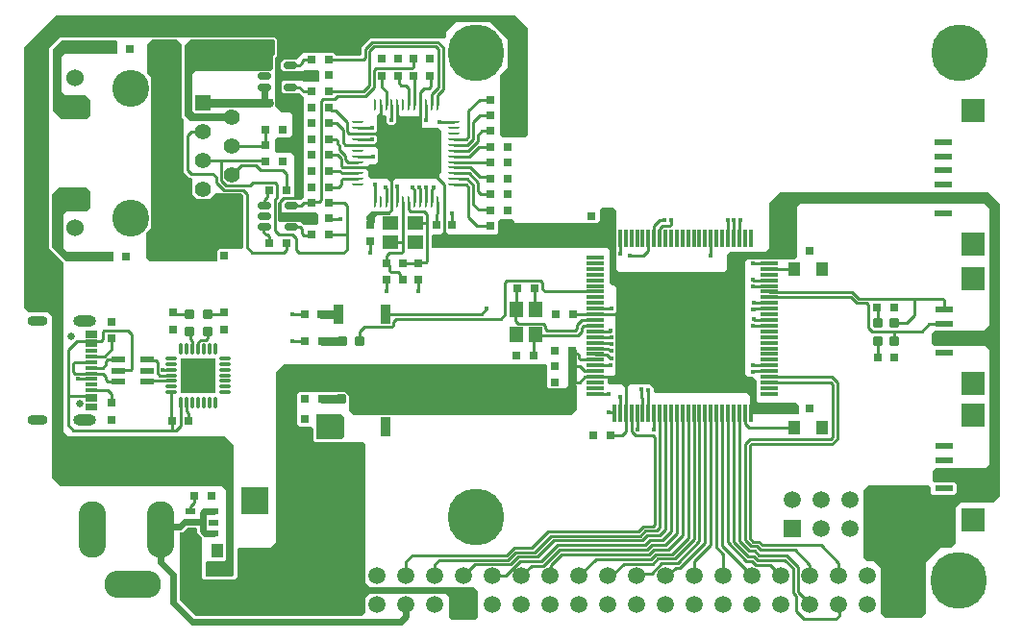
<source format=gtl>
G04*
G04 #@! TF.GenerationSoftware,Altium Limited,Altium Designer,20.0.12 (288)*
G04*
G04 Layer_Physical_Order=1*
G04 Layer_Color=6619391*
%FSLAX44Y44*%
%MOMM*%
G71*
G01*
G75*
%ADD12C,0.2540*%
%ADD15R,0.8000X0.8000*%
%ADD16R,1.0000X1.3000*%
%ADD17R,2.4000X2.4000*%
G04:AMPARAMS|DCode=18|XSize=0.91mm|YSize=0.83mm|CornerRadius=0.22mm|HoleSize=0mm|Usage=FLASHONLY|Rotation=0.000|XOffset=0mm|YOffset=0mm|HoleType=Round|Shape=RoundedRectangle|*
%AMROUNDEDRECTD18*
21,1,0.9100,0.3901,0,0,0.0*
21,1,0.4701,0.8300,0,0,0.0*
1,1,0.4399,0.2351,-0.1951*
1,1,0.4399,-0.2351,-0.1951*
1,1,0.4399,-0.2351,0.1951*
1,1,0.4399,0.2351,0.1951*
%
%ADD18ROUNDEDRECTD18*%
%ADD19R,1.5000X0.5000*%
%ADD20R,2.0000X2.0000*%
G04:AMPARAMS|DCode=21|XSize=0.6mm|YSize=1.2mm|CornerRadius=0.15mm|HoleSize=0mm|Usage=FLASHONLY|Rotation=270.000|XOffset=0mm|YOffset=0mm|HoleType=Round|Shape=RoundedRectangle|*
%AMROUNDEDRECTD21*
21,1,0.6000,0.9000,0,0,270.0*
21,1,0.3000,1.2000,0,0,270.0*
1,1,0.3000,-0.4500,-0.1500*
1,1,0.3000,-0.4500,0.1500*
1,1,0.3000,0.4500,0.1500*
1,1,0.3000,0.4500,-0.1500*
%
%ADD21ROUNDEDRECTD21*%
%ADD22R,0.8000X0.8000*%
%ADD23R,1.4000X1.2000*%
%ADD24R,1.1400X0.3000*%
%ADD25R,0.9000X1.7000*%
G04:AMPARAMS|DCode=26|XSize=1.21mm|YSize=0.59mm|CornerRadius=0.0738mm|HoleSize=0mm|Usage=FLASHONLY|Rotation=0.000|XOffset=0mm|YOffset=0mm|HoleType=Round|Shape=RoundedRectangle|*
%AMROUNDEDRECTD26*
21,1,1.2100,0.4425,0,0,0.0*
21,1,1.0625,0.5900,0,0,0.0*
1,1,0.1475,0.5313,-0.2213*
1,1,0.1475,-0.5313,-0.2213*
1,1,0.1475,-0.5313,0.2213*
1,1,0.1475,0.5313,0.2213*
%
%ADD26ROUNDEDRECTD26*%
%ADD27R,1.2000X1.4000*%
G04:AMPARAMS|DCode=28|XSize=0.91mm|YSize=0.83mm|CornerRadius=0.22mm|HoleSize=0mm|Usage=FLASHONLY|Rotation=270.000|XOffset=0mm|YOffset=0mm|HoleType=Round|Shape=RoundedRectangle|*
%AMROUNDEDRECTD28*
21,1,0.9100,0.3901,0,0,270.0*
21,1,0.4701,0.8300,0,0,270.0*
1,1,0.4399,-0.1951,-0.2351*
1,1,0.4399,-0.1951,0.2351*
1,1,0.4399,0.1951,0.2351*
1,1,0.4399,0.1951,-0.2351*
%
%ADD28ROUNDEDRECTD28*%
G04:AMPARAMS|DCode=29|XSize=1.56mm|YSize=0.28mm|CornerRadius=0.07mm|HoleSize=0mm|Usage=FLASHONLY|Rotation=90.000|XOffset=0mm|YOffset=0mm|HoleType=Round|Shape=RoundedRectangle|*
%AMROUNDEDRECTD29*
21,1,1.5600,0.1400,0,0,90.0*
21,1,1.4200,0.2800,0,0,90.0*
1,1,0.1400,0.0700,0.7100*
1,1,0.1400,0.0700,-0.7100*
1,1,0.1400,-0.0700,-0.7100*
1,1,0.1400,-0.0700,0.7100*
%
%ADD29ROUNDEDRECTD29*%
G04:AMPARAMS|DCode=30|XSize=1.56mm|YSize=0.28mm|CornerRadius=0.07mm|HoleSize=0mm|Usage=FLASHONLY|Rotation=0.000|XOffset=0mm|YOffset=0mm|HoleType=Round|Shape=RoundedRectangle|*
%AMROUNDEDRECTD30*
21,1,1.5600,0.1400,0,0,0.0*
21,1,1.4200,0.2800,0,0,0.0*
1,1,0.1400,0.7100,-0.0700*
1,1,0.1400,-0.7100,-0.0700*
1,1,0.1400,-0.7100,0.0700*
1,1,0.1400,0.7100,0.0700*
%
%ADD30ROUNDEDRECTD30*%
G04:AMPARAMS|DCode=31|XSize=0.24mm|YSize=1mm|CornerRadius=0.06mm|HoleSize=0mm|Usage=FLASHONLY|Rotation=0.000|XOffset=0mm|YOffset=0mm|HoleType=Round|Shape=RoundedRectangle|*
%AMROUNDEDRECTD31*
21,1,0.2400,0.8800,0,0,0.0*
21,1,0.1200,1.0000,0,0,0.0*
1,1,0.1200,0.0600,-0.4400*
1,1,0.1200,-0.0600,-0.4400*
1,1,0.1200,-0.0600,0.4400*
1,1,0.1200,0.0600,0.4400*
%
%ADD31ROUNDEDRECTD31*%
G04:AMPARAMS|DCode=32|XSize=0.24mm|YSize=1mm|CornerRadius=0.06mm|HoleSize=0mm|Usage=FLASHONLY|Rotation=270.000|XOffset=0mm|YOffset=0mm|HoleType=Round|Shape=RoundedRectangle|*
%AMROUNDEDRECTD32*
21,1,0.2400,0.8800,0,0,270.0*
21,1,0.1200,1.0000,0,0,270.0*
1,1,0.1200,-0.4400,-0.0600*
1,1,0.1200,-0.4400,0.0600*
1,1,0.1200,0.4400,0.0600*
1,1,0.1200,0.4400,-0.0600*
%
%ADD32ROUNDEDRECTD32*%
%ADD33R,1.0000X0.9700*%
G04:AMPARAMS|DCode=35|XSize=0.97mm|YSize=0.26mm|CornerRadius=0.0325mm|HoleSize=0mm|Usage=FLASHONLY|Rotation=0.000|XOffset=0mm|YOffset=0mm|HoleType=Round|Shape=RoundedRectangle|*
%AMROUNDEDRECTD35*
21,1,0.9700,0.1950,0,0,0.0*
21,1,0.9050,0.2600,0,0,0.0*
1,1,0.0650,0.4525,-0.0975*
1,1,0.0650,-0.4525,-0.0975*
1,1,0.0650,-0.4525,0.0975*
1,1,0.0650,0.4525,0.0975*
%
%ADD35ROUNDEDRECTD35*%
G04:AMPARAMS|DCode=36|XSize=0.97mm|YSize=0.26mm|CornerRadius=0.0325mm|HoleSize=0mm|Usage=FLASHONLY|Rotation=90.000|XOffset=0mm|YOffset=0mm|HoleType=Round|Shape=RoundedRectangle|*
%AMROUNDEDRECTD36*
21,1,0.9700,0.1950,0,0,90.0*
21,1,0.9050,0.2600,0,0,90.0*
1,1,0.0650,0.0975,0.4525*
1,1,0.0650,0.0975,-0.4525*
1,1,0.0650,-0.0975,-0.4525*
1,1,0.0650,-0.0975,0.4525*
%
%ADD36ROUNDEDRECTD36*%
%ADD37R,0.9000X0.6000*%
%ADD75R,3.1500X3.1500*%
%ADD76C,0.6000*%
%ADD77C,0.8000*%
%ADD78C,5.0000*%
%ADD79R,1.5000X1.5000*%
%ADD80C,1.5000*%
%ADD81O,5.0000X2.4000*%
%ADD82O,2.4000X5.0000*%
%ADD83R,1.3980X1.3980*%
%ADD84C,1.3980*%
%ADD85C,1.5300*%
%ADD86C,2.4450*%
%ADD87C,3.2500*%
%ADD88C,0.6500*%
%ADD89O,2.0000X1.0000*%
%ADD90O,1.8000X0.9000*%
%ADD91C,0.4000*%
G36*
X679500Y1055250D02*
Y1044250D01*
X633250D01*
X630750Y1041750D01*
Y1010500D01*
X633500Y1007750D01*
X651500D01*
X655500Y1003750D01*
Y990000D01*
X652250Y986750D01*
X630000D01*
X622500Y994250D01*
Y1048750D01*
X630250Y1056500D01*
X678250D01*
X679500Y1055250D01*
D02*
G37*
G36*
X817500Y1057250D02*
X818750Y1056000D01*
Y1044250D01*
X818000Y1043500D01*
X816750Y1042250D01*
Y1031500D01*
X814500Y1029250D01*
X748500Y1029250D01*
X745750Y1026500D01*
X745750Y993500D01*
X747750Y991500D01*
X774750Y991500D01*
X778250Y995000D01*
X782000Y995000D01*
X784000Y993000D01*
X784000Y984750D01*
X768000Y984750D01*
X743750D01*
X739000Y989500D01*
Y1052000D01*
X744250Y1057250D01*
X817500Y1057250D01*
D02*
G37*
G36*
X929500Y989000D02*
X944250D01*
X946250Y991000D01*
Y981500D01*
X949000Y978750D01*
X962500D01*
X964500Y976750D01*
Y939250D01*
X963366Y938116D01*
Y933134D01*
X962500Y934000D01*
X924535D01*
X920802Y930267D01*
Y930448D01*
X917250Y934000D01*
X903000D01*
X900750Y936250D01*
Y940750D01*
X898375Y943125D01*
X902250Y947000D01*
X906500Y947000D01*
X908750Y949250D01*
X908750Y960500D01*
X906000Y963250D01*
X906000Y964750D01*
X908500Y967250D01*
Y970750D01*
X906250Y973000D01*
Y974250D01*
X908500Y976500D01*
Y989750D01*
X910250Y991500D01*
X912250D01*
X913500Y990250D01*
X915250D01*
X916500Y989000D01*
Y984000D01*
X919000Y981500D01*
X922250D01*
X926000Y985250D01*
Y990500D01*
X927000Y991500D01*
X929500Y989000D01*
D02*
G37*
G36*
X1030000Y1078250D02*
X1041250Y1067000D01*
X1041250Y973000D01*
X1038750Y970500D01*
X1019000Y970500D01*
X1016250Y973250D01*
Y1025250D01*
X1023000Y1032000D01*
Y1057250D01*
X1008250Y1072000D01*
X977750Y1072000D01*
X969000Y1063250D01*
Y1059750D01*
X967000Y1057750D01*
X902250Y1057750D01*
X894250Y1049750D01*
Y1044000D01*
X892750Y1042500D01*
X872750Y1042500D01*
X870250Y1045000D01*
X843000D01*
X837000Y1039000D01*
X826000Y1039000D01*
X823750Y1036750D01*
Y1031250D01*
X826250Y1028750D01*
X843000Y1028750D01*
X844250Y1030000D01*
X856250D01*
X857000Y1029250D01*
X857000Y1020500D01*
X856250Y1019750D01*
X844000D01*
X843000Y1020750D01*
X825500D01*
X824000Y1019250D01*
X824000Y1011500D01*
X825750Y1009750D01*
X840000Y1009750D01*
X844000Y1005750D01*
X844000Y918500D01*
X841000Y915500D01*
X826500Y915500D01*
X823750Y912750D01*
Y904750D01*
X824250Y904250D01*
X855000D01*
X856250Y903000D01*
X856250Y894500D01*
X855000Y893250D01*
X843750D01*
X840750Y896250D01*
X822500D01*
X821250Y897500D01*
Y913000D01*
X825730Y917480D01*
X835492D01*
Y954758D01*
X833000Y957250D01*
X819750D01*
X818250Y958750D01*
Y968750D01*
X820250Y970750D01*
X831500D01*
X834000Y973250D01*
Y990500D01*
X832000Y992500D01*
X824500D01*
X818750Y998250D01*
Y1041250D01*
X820250Y1042750D01*
Y1057250D01*
X818500Y1059000D01*
X629000D01*
X619750Y1049750D01*
X619750Y873000D01*
X632250Y860500D01*
X632250Y711250D01*
X636000Y707500D01*
X773750Y707500D01*
X781750Y699500D01*
Y585750D01*
X780000Y584000D01*
X757750D01*
Y596250D01*
X759000Y597500D01*
X773500D01*
X775000Y599000D01*
Y659500D01*
X771500Y663000D01*
X629750D01*
X621750Y671000D01*
Y812750D01*
X618250Y816250D01*
X601500Y816250D01*
X597750Y820000D01*
Y1050500D01*
X625500Y1078250D01*
X1030000Y1078250D01*
D02*
G37*
G36*
X903044Y905456D02*
X919706D01*
X918250Y904000D01*
X910000D01*
X906250Y900250D01*
Y895250D01*
X898750Y897750D01*
Y901250D01*
X903000Y905500D01*
X903044Y905456D01*
D02*
G37*
G36*
X731750Y1057250D02*
X736500Y1052500D01*
Y988500D01*
X738250Y986750D01*
X738250Y940000D01*
X743000Y935250D01*
X744750Y935250D01*
X746000Y934000D01*
X746000Y920250D01*
X749750Y916500D01*
X761000D01*
X765750Y921250D01*
X789000Y921250D01*
X790500Y919750D01*
X790500Y873750D01*
X788750Y872000D01*
X769000Y872000D01*
X767750Y870750D01*
X767750Y862250D01*
X766500Y861000D01*
X708750Y861000D01*
X705000Y864750D01*
X705000Y887000D01*
X709250Y891250D01*
Y895500D01*
X709500Y895750D01*
Y1023250D01*
X705500Y1027250D01*
Y1052750D01*
X710000Y1057250D01*
X731750Y1057250D01*
D02*
G37*
G36*
X655500Y923000D02*
Y909000D01*
X652250Y905750D01*
X635000D01*
X632000Y902750D01*
Y873000D01*
X635250Y869750D01*
X676500Y869750D01*
X676425Y861720D01*
X634891D01*
X622250Y874361D01*
Y921000D01*
X627500Y926250D01*
X652250D01*
X655500Y923000D01*
D02*
G37*
G36*
X1058250Y769500D02*
Y750750D01*
X1059500Y749500D01*
X1074500D01*
X1077250Y752250D01*
X1084000D01*
X1084000Y731000D01*
X1079250Y726250D01*
X887500Y726250D01*
X883750Y730000D01*
X883750Y743250D01*
X880500Y746500D01*
X840023Y746500D01*
X837750Y744227D01*
X837750Y718500D01*
X840250Y716000D01*
X850750Y716000D01*
X852500Y714250D01*
Y703750D01*
X854250Y702000D01*
X896000Y702000D01*
X897750Y700250D01*
X897750Y578500D01*
X901750Y574500D01*
X993250Y574500D01*
X997000Y570750D01*
X997000Y548250D01*
X994250Y545500D01*
X974500Y545500D01*
X971500Y548500D01*
X971500Y566250D01*
X969000Y568750D01*
X901500Y568750D01*
X897750Y565000D01*
X897750Y552250D01*
X894500Y549000D01*
X748250Y549000D01*
X734250Y563000D01*
X734250Y620000D01*
Y622250D01*
X734750Y622750D01*
X737000D01*
X741000Y626750D01*
X749000D01*
X749750Y626000D01*
Y622500D01*
X754000Y618250D01*
X754000Y583000D01*
X756000Y581000D01*
X782750D01*
X785250Y583500D01*
Y607750D01*
X786500Y609000D01*
X814000D01*
X819000Y614000D01*
X819000Y763750D01*
X826250Y771000D01*
X1056750Y771000D01*
X1058250Y769500D01*
D02*
G37*
G36*
X879353Y724613D02*
Y707103D01*
X877000Y704750D01*
X855531D01*
X855081Y705200D01*
Y726937D01*
X855261Y727080D01*
X876885D01*
X879353Y724613D01*
D02*
G37*
G36*
X1457000Y912000D02*
X1457000Y654903D01*
X1451347Y649250D01*
X1422500D01*
X1417500Y644250D01*
Y613750D01*
X1413250Y609500D01*
X1405000Y609500D01*
X1391500Y596000D01*
X1391500Y551000D01*
X1387750Y547250D01*
X1356000Y547250D01*
X1351750Y551500D01*
Y591500D01*
X1346250Y597000D01*
X1339750Y597000D01*
X1336500Y600250D01*
Y659500D01*
X1341250Y664250D01*
X1341500Y664000D01*
X1394250D01*
X1395750Y662500D01*
Y657500D01*
X1397250Y656000D01*
X1416750D01*
X1419000Y658250D01*
Y664500D01*
X1417000Y666500D01*
X1399500D01*
X1397500Y668500D01*
Y676750D01*
X1399750Y679000D01*
X1444250D01*
X1447750Y682500D01*
Y783250D01*
X1443750Y787250D01*
X1399000Y787250D01*
X1396750Y789500D01*
X1396750Y798250D01*
X1399000Y800500D01*
X1442500Y800500D01*
X1447750Y805750D01*
X1447750Y907750D01*
X1443250Y912250D01*
X1281500Y912250D01*
X1278500Y909250D01*
X1278500Y875750D01*
D01*
Y866000D01*
X1276000Y863500D01*
X1234750Y863500D01*
X1232750Y861500D01*
X1232750Y761500D01*
X1234750Y759500D01*
X1239500Y759500D01*
X1242250Y756750D01*
Y738500D01*
X1243750Y737000D01*
X1277250D01*
X1279500Y734750D01*
Y727500D01*
X1279000Y727000D01*
X1239250D01*
X1238500Y726250D01*
Y720750D01*
X1238250Y720500D01*
X1238000Y720750D01*
X1236250D01*
X1236250Y743250D01*
X1234000Y745500D01*
X1153750Y745500D01*
X1152000Y747250D01*
Y749500D01*
X1148750Y752750D01*
X1130750Y752750D01*
X1128500Y750500D01*
Y741750D01*
X1126250D01*
X1126250Y750500D01*
X1124000Y752750D01*
X1113250Y752750D01*
X1111750Y754250D01*
X1111750Y757750D01*
X1109000Y760500D01*
X1116250D01*
X1118500Y762750D01*
Y812250D01*
X1117000Y813750D01*
X1118000Y816000D01*
X1119000Y817000D01*
Y838750D01*
X1117250Y840500D01*
X1115000D01*
X1113000Y842500D01*
X1113000Y871250D01*
X1111000Y873250D01*
X1106250Y873250D01*
X957500D01*
X956250Y874500D01*
Y884250D01*
X957500Y885500D01*
X964000D01*
X967000Y888500D01*
Y889000D01*
X967500D01*
X971000Y885500D01*
X1013750D01*
X1015250Y887000D01*
X1015250Y897000D01*
X1016500Y898250D01*
X1027750Y898250D01*
X1028900Y897100D01*
X1028900Y896350D01*
X1030000Y895250D01*
X1102250D01*
X1104500Y897500D01*
Y906750D01*
X1106250Y908500D01*
X1116750D01*
X1118750Y906500D01*
Y854250D01*
X1120500Y852500D01*
X1214500Y852500D01*
X1216250Y854250D01*
X1216250Y867750D01*
X1218500Y870000D01*
X1250750Y870000D01*
X1253625Y872875D01*
X1253625Y912875D01*
X1262750Y922000D01*
X1447000Y922000D01*
X1457000Y912000D01*
D02*
G37*
D12*
X881654Y884808D02*
Y910870D01*
X865732Y913250D02*
X879274D01*
X881654Y910870D01*
Y871510D02*
Y884808D01*
X839292Y868754D02*
X878897D01*
X881654Y871510D01*
X836750Y871295D02*
Y881762D01*
Y871295D02*
X839292Y868754D01*
X1047500Y820330D02*
Y822750D01*
X1046780Y819610D02*
X1047500Y820330D01*
X1284310Y546121D02*
X1312254D01*
X1277096Y553335D02*
Y566903D01*
Y553335D02*
X1284310Y546121D01*
X1046780Y819610D02*
Y837610D01*
X636500Y783386D02*
X643874Y790760D01*
X636500Y742760D02*
Y783386D01*
X643874Y790760D02*
X656870D01*
X640917Y712750D02*
X727000D01*
X636500Y717167D02*
Y742760D01*
Y717167D02*
X640917Y712750D01*
X636500Y742760D02*
X656870D01*
X636500Y742760D02*
X636500Y742760D01*
X642028Y772760D02*
X656870D01*
X642028Y762760D02*
X656870D01*
X640540Y764248D02*
X642028Y762760D01*
X640540Y764248D02*
Y771272D01*
X642028Y772760D01*
X680450Y765250D02*
X680527Y765327D01*
X691012D01*
X692500Y766815D01*
Y796882D01*
X727000Y712750D02*
X731500D01*
X727500Y713250D02*
Y721000D01*
X727000Y712750D02*
X727500Y713250D01*
X735730Y737280D02*
X735750Y737300D01*
X735730Y716980D02*
Y737280D01*
X731500Y712750D02*
X735730Y716980D01*
X1276318Y607215D02*
X1289450Y594083D01*
X1274360Y569640D02*
Y591133D01*
X1238275Y597632D02*
X1241947Y593960D01*
X1268732Y602474D02*
X1279180Y592026D01*
X1244413Y614479D02*
X1247313Y611580D01*
X1299245D01*
X1243620Y598000D02*
X1267493D01*
X1289450Y584150D02*
Y594083D01*
X1254240Y593960D02*
X1264050Y584150D01*
X1245837Y607215D02*
X1276318D01*
X1267493Y598000D02*
X1274360Y591133D01*
X1241947Y593960D02*
X1254240D01*
X1242613Y610439D02*
X1245837Y607215D01*
X1240934Y606399D02*
X1244641Y602693D01*
X1245068Y602474D02*
X1268732D01*
X1299245Y611580D02*
X1314850Y595974D01*
X1236005Y606399D02*
X1240934D01*
X1279180Y570533D02*
Y592026D01*
X1239948Y601672D02*
X1243620Y598000D01*
X1227200Y615204D02*
X1236005Y606399D01*
X1279180Y570533D02*
X1289450Y560263D01*
X1227200Y615204D02*
Y727950D01*
X1145648Y607398D02*
X1149914Y611664D01*
X1139834Y619518D02*
X1144356Y624040D01*
X1143974Y611438D02*
X1148240Y615704D01*
X1146029Y620000D02*
X1157345D01*
X1044775Y609275D02*
X1059058Y623558D01*
X1138160D01*
X1101060Y598960D02*
X1149173D01*
X1086250Y584150D02*
X1101060Y598960D01*
X1061472Y593972D02*
X1070500Y603000D01*
X1152124Y607624D02*
X1165043D01*
X1149914Y611664D02*
X1161826D01*
X1049945Y601195D02*
X1064228Y615478D01*
X1061478Y619518D02*
X1139834D01*
X1067188Y611438D02*
X1143974D01*
X1125624Y594874D02*
X1150874D01*
X1064228Y615478D02*
X1141507D01*
X1052905Y597155D02*
X1067188Y611438D01*
X1054464Y593000D02*
X1068861Y607398D01*
X1147500Y603000D02*
X1152124Y607624D01*
X1068861Y607398D02*
X1145648D01*
X1114900Y584150D02*
X1125624Y594874D01*
X1138160Y623558D02*
X1142683Y628080D01*
X1151524D01*
X1144356Y624040D02*
X1154540D01*
X1047195Y605235D02*
X1061478Y619518D01*
X1070500Y603000D02*
X1147500D01*
X1149173Y598960D02*
X1153795Y603582D01*
X1150874Y594874D02*
X1155542Y599542D01*
X1141507Y615478D02*
X1146029Y620000D01*
X1148240Y615704D02*
X1159525D01*
X1153795Y603582D02*
X1167844D01*
X741121Y941808D02*
Y972344D01*
X744777Y976000D01*
X754976D01*
X744429Y938500D02*
X763750D01*
X741121Y941808D02*
X744429Y938500D01*
X973250Y1074250D02*
X1018750D01*
X963250Y1064250D02*
X973250Y1074250D01*
X1018750D02*
X1038000Y1055000D01*
X946232Y937000D02*
X959500D01*
X967233Y879000D02*
Y929268D01*
X959500Y937000D02*
X967233Y929268D01*
X626500Y703000D02*
X637250Y692250D01*
X611500Y873500D02*
X626500Y858500D01*
Y703000D02*
Y858500D01*
X832483Y901000D02*
X841500D01*
X823780D02*
X832483D01*
X1153012Y629568D02*
Y706262D01*
X1154540Y624040D02*
X1157200Y626700D01*
X1159525Y615704D02*
X1167279Y623458D01*
X1157345Y620000D02*
X1162200Y624855D01*
X1161826Y611664D02*
X1172330Y622167D01*
X1165043Y607624D02*
X1177200Y619780D01*
X1030485Y605235D02*
X1047195D01*
X1033931Y597155D02*
X1052905D01*
X1021360Y584584D02*
X1033931Y597155D01*
X1025420Y594420D02*
X1032195Y601195D01*
X1151524Y628080D02*
X1153012Y629568D01*
X1044300Y593000D02*
X1054464D01*
X939296Y602500D02*
X1022037D01*
X959250Y584150D02*
Y594674D01*
X1162450Y584150D02*
X1163820D01*
X1171133Y591462D02*
X1174970D01*
X1159002Y595502D02*
X1173036D01*
X1192200Y614666D02*
Y727950D01*
X1207200Y609589D02*
Y727950D01*
X1213250Y584150D02*
Y603539D01*
X1236290Y617541D02*
Y698748D01*
X1222200Y614491D02*
Y727950D01*
X1237778Y700236D02*
X1309005D01*
X1212200Y611004D02*
Y727950D01*
X1217200Y613778D02*
X1233346Y597632D01*
X1232250Y615868D02*
Y700421D01*
Y615868D02*
X1237678Y610439D01*
X1212200Y611004D02*
X1238650Y584554D01*
X1207200Y609589D02*
X1213250Y603539D01*
X1222200Y614491D02*
X1235019Y601672D01*
X1217200Y613778D02*
Y727950D01*
X1236290Y617541D02*
X1239352Y614479D01*
X1233346Y597632D02*
X1238275D01*
X1232250Y700421D02*
X1236563Y704735D01*
X1236290Y698748D02*
X1237778Y700236D01*
X1238650Y584150D02*
Y584554D01*
X1235019Y601672D02*
X1239948D01*
X1239352Y614479D02*
X1244413D01*
X1237678Y610439D02*
X1242613D01*
X1187850Y597216D02*
X1202200Y611566D01*
X1187850Y584150D02*
Y597216D01*
X1202200Y611566D02*
Y727950D01*
X1173036Y595502D02*
X1192200Y614666D01*
X1197200Y613692D02*
Y727950D01*
X1163820Y584150D02*
X1171133Y591462D01*
X933850Y597054D02*
X939296Y602500D01*
X1172330Y622167D02*
Y727820D01*
X1157200Y626700D02*
Y727950D01*
X1167844Y603582D02*
X1182200Y617938D01*
X959250Y594674D02*
X963036Y598460D01*
X1032195Y601195D02*
X1049945D01*
X1167279Y623458D02*
Y727871D01*
X1139434Y586534D02*
X1150034D01*
X1159002Y595502D01*
X1187200Y616338D02*
Y727950D01*
X1137050Y584150D02*
X1139434Y586534D01*
X1182200Y617938D02*
Y727950D01*
X1174970Y591462D02*
X1197200Y613692D01*
X1155542Y599542D02*
X1170404D01*
X1162200Y624855D02*
Y727950D01*
X1177200Y619780D02*
Y727950D01*
X963036Y598460D02*
X1023710D01*
X933850Y584150D02*
Y597054D01*
X1022037Y602500D02*
X1028812Y609275D01*
X984650Y584150D02*
X994920Y594420D01*
X1025420D01*
X1010050Y584150D02*
X1010484Y584584D01*
X1028812Y609275D02*
X1044775D01*
X1023710Y598460D02*
X1030485Y605235D01*
X1010484Y584584D02*
X1021360D01*
X1035450Y584150D02*
X1044300Y593000D01*
X1170404Y599542D02*
X1187200Y616338D01*
X959500Y571500D02*
X981542D01*
X984470Y558930D02*
Y568572D01*
Y558930D02*
X984650Y558750D01*
X981542Y571500D02*
X984470Y568572D01*
X1117250Y852750D02*
Y878750D01*
X946232Y964000D02*
Y974000D01*
Y937000D02*
Y944000D01*
X1117250Y878750D02*
Y881500D01*
X946232Y944000D02*
Y964000D01*
Y974000D02*
Y999000D01*
X883050Y571450D02*
X959450D01*
X959500Y571500D01*
X883050Y571450D02*
Y584150D01*
Y558750D02*
Y571450D01*
X1130500Y866500D02*
X1142736D01*
X1147225Y870989D01*
X865732Y885250D02*
X866175Y884808D01*
X881654D01*
X865983Y899000D02*
X876310D01*
X821996Y885000D02*
X833512D01*
X818252Y888743D02*
Y915716D01*
Y888743D02*
X821996Y885000D01*
X773690Y924100D02*
X790400D01*
X766576Y931214D02*
Y935674D01*
Y931214D02*
X773690Y924100D01*
X775387Y928140D02*
X796041D01*
X770616Y932912D02*
Y950466D01*
Y932912D02*
X775387Y928140D01*
X770750Y950600D02*
X809150D01*
X754976D02*
X770750D01*
X770616Y950466D02*
X770750Y950600D01*
X763750Y938500D02*
X766576Y935674D01*
X798921Y931020D02*
X818630D01*
X790400Y924100D02*
X793500Y921000D01*
X796041Y928140D02*
X798921Y931020D01*
X818630D02*
X820253Y929397D01*
X822292Y902488D02*
X823780Y901000D01*
X820253Y917716D02*
Y929397D01*
X822292Y914042D02*
X825730Y917480D01*
X822292Y902488D02*
Y914042D01*
X818252Y915716D02*
X820253Y917716D01*
X825730Y917480D02*
X835492D01*
X833512Y885000D02*
X836750Y881762D01*
X842000Y886000D02*
X843500Y884500D01*
X842000Y886000D02*
Y890012D01*
X840512Y891500D02*
X842000Y890012D01*
X843500Y884500D02*
X849983D01*
X850732Y885250D01*
X832483Y891500D02*
X840512D01*
X865732Y899250D02*
X865983Y899000D01*
X1151524Y707750D02*
X1153012Y706262D01*
X1135612Y707750D02*
X1151524D01*
X1132200Y711162D02*
X1135612Y707750D01*
X1137225Y714020D02*
X1137955Y713290D01*
X1137225Y714020D02*
Y727925D01*
X1132200Y711162D02*
Y727950D01*
X1227200Y881550D02*
Y896055D01*
X1228250Y897105D01*
Y897500D01*
X1222330Y881680D02*
Y897474D01*
X1222436Y897580D01*
X1217129Y881621D02*
Y897305D01*
X1216937Y897496D02*
X1217129Y897305D01*
X1253870Y824880D02*
X1254000Y824750D01*
X1239891Y825105D02*
X1240116Y824880D01*
X1253870D01*
X1239343Y764301D02*
X1239663Y764620D01*
X1253870D01*
X1240797Y809750D02*
X1254000D01*
X1239993Y810554D02*
X1240797Y809750D01*
X1239617Y845120D02*
X1239857Y844880D01*
X1253870D02*
X1254000Y844750D01*
X1239857Y844880D02*
X1253870D01*
X1146839Y748216D02*
X1147119Y747936D01*
Y746867D02*
X1147200Y746785D01*
X1147119Y746867D02*
Y747936D01*
X1162200Y876196D02*
Y881550D01*
X1162100Y876096D02*
X1162200Y876196D01*
X1239500Y804500D02*
X1239625Y804625D01*
X1253875D01*
X1254000Y804750D01*
X1152045Y713182D02*
X1152123Y713259D01*
Y727873D01*
X1239895Y839250D02*
X1240395Y839750D01*
X1239500Y839250D02*
X1239895D01*
X1240395Y839750D02*
X1254000D01*
X1202000Y866750D02*
X1202100Y866850D01*
Y881450D01*
X1253870Y764620D02*
X1254000Y764750D01*
X1253875Y769875D02*
X1254000Y769750D01*
X1239625Y769875D02*
X1253875D01*
X1239500Y770000D02*
X1239625Y769875D01*
X1240895Y819750D02*
X1254000D01*
X1239895Y818750D02*
X1240895Y819750D01*
X1239500Y818750D02*
X1239895D01*
X1217129Y881621D02*
X1217200Y881550D01*
X1222200D02*
X1222330Y881680D01*
X1202100Y881450D02*
X1202200Y881550D01*
X1254000Y854750D02*
X1275500D01*
X1140568Y742315D02*
X1142200Y740683D01*
X1140568Y742315D02*
Y748690D01*
X1142200Y727950D02*
Y740683D01*
X1147200Y727950D02*
Y746785D01*
X1160971Y897721D02*
X1161250Y898000D01*
X1157221Y897721D02*
X1160971D01*
X1152200Y892700D02*
X1157221Y897721D01*
X1152200Y881550D02*
Y892700D01*
X1159500Y892500D02*
X1165762D01*
X1157330Y890330D02*
X1159500Y892500D01*
X1157330Y881680D02*
Y890330D01*
X1166971Y897721D02*
X1167250Y898000D01*
X1166971Y893709D02*
Y897721D01*
X1165762Y892500D02*
X1166971Y893709D01*
X1157200Y881550D02*
X1157330Y881680D01*
X1137200Y727950D02*
X1137225Y727925D01*
X1152123Y727873D02*
X1152200Y727950D01*
X1147225Y870989D02*
Y881525D01*
X1122200Y881550D02*
X1122225Y881525D01*
Y868275D02*
X1122250Y868250D01*
X1122225Y868275D02*
Y881525D01*
X1100400Y819750D02*
X1114750D01*
X1100400Y799750D02*
X1113105D01*
X1113855Y800500D01*
X1114250D01*
X1000430Y815180D02*
X1004750Y819500D01*
X915680Y815180D02*
X1000430D01*
X1021040Y814619D02*
Y842892D01*
X1022528Y844380D01*
X1051927D01*
X1017171Y810750D02*
X1021040Y814619D01*
X925500Y810750D02*
X1017171D01*
X1094000Y814750D02*
X1127200D01*
X1030000Y818330D02*
X1030530Y818860D01*
X1030000Y809250D02*
Y818330D01*
X1117250Y852750D02*
X1127200Y842800D01*
X1117200Y881550D02*
X1117250Y881500D01*
X892500Y799250D02*
X897160Y803910D01*
X921327D01*
X922950Y808200D02*
X925500Y810750D01*
X921327Y803910D02*
X922950Y805533D01*
Y808200D01*
X892500Y791000D02*
Y799250D01*
X1147200Y881550D02*
X1147225Y881525D01*
X1051927Y844380D02*
X1053839Y842469D01*
Y837161D02*
Y842469D01*
Y837161D02*
X1056250Y834750D01*
X1100400D01*
X1117070Y728270D02*
X1117200Y728140D01*
X1112480Y728270D02*
X1117070D01*
X1117200Y727950D02*
Y728140D01*
X1101134Y794539D02*
X1114554D01*
X1100873Y794277D02*
X1101134Y794539D01*
X1100400Y794750D02*
X1100873Y794277D01*
X1100400Y744750D02*
X1112000D01*
X747000Y654500D02*
X747500Y655000D01*
X747000Y648512D02*
Y654500D01*
X744250Y645762D02*
X747000Y648512D01*
X744250Y641000D02*
Y645762D01*
X742500Y721000D02*
Y727750D01*
X740750Y729500D02*
X742500Y727750D01*
X740750Y729500D02*
Y737300D01*
X1127200Y760000D02*
Y814750D01*
X1100400Y759750D02*
X1126950D01*
X1127200Y760000D01*
X1172200Y727950D02*
X1172330Y727820D01*
X1314850Y584150D02*
Y595974D01*
X1111650Y584150D02*
X1114900D01*
X1060850D02*
X1061472Y584772D01*
Y593972D01*
X1167200Y727950D02*
X1167279Y727871D01*
X1236563Y704735D02*
X1307679D01*
X1315013Y548880D02*
Y558587D01*
X1312254Y546121D02*
X1315013Y548880D01*
X1314850Y558750D02*
X1315013Y558587D01*
X1274360Y569640D02*
X1277096Y566903D01*
X1313834Y705065D02*
Y754928D01*
X1254000Y759750D02*
X1309012D01*
X1313834Y754928D01*
X1307702Y754750D02*
X1309673Y752778D01*
X1254000Y754750D02*
X1307702D01*
X1309673Y706729D02*
Y752778D01*
X1309005Y700236D02*
X1313834Y705065D01*
X1307679Y704735D02*
X1309673Y706729D01*
X1114203Y775652D02*
X1114514D01*
X1110235Y779620D02*
X1114203Y775652D01*
X1114219Y782777D02*
X1114583Y782412D01*
X1113723Y782777D02*
X1114219D01*
X1111750Y784750D02*
X1113723Y782777D01*
X945558Y926382D02*
Y926777D01*
Y926382D02*
X946232Y925708D01*
Y914000D02*
Y925708D01*
X939250Y926355D02*
Y926750D01*
X944500Y835250D02*
Y844768D01*
X1100400Y789750D02*
X1112970D01*
X956232Y914000D02*
Y924587D01*
X958000Y926355D01*
Y926750D01*
X951232Y914000D02*
Y925837D01*
X951750Y926355D01*
Y926750D01*
X941233Y914000D02*
Y924372D01*
X939250Y926355D02*
X941233Y924372D01*
X1100400Y779750D02*
X1100530Y779620D01*
X1110235D01*
X1100400Y784750D02*
X1111750D01*
X960232Y894000D02*
X960750Y894518D01*
Y903000D01*
X961232Y903482D02*
Y914000D01*
X960750Y903000D02*
X961232Y903482D01*
X1057788Y800750D02*
X1082960D01*
X1056300Y802238D02*
Y805007D01*
Y802238D02*
X1057788Y800750D01*
X1054677Y806630D02*
X1056300Y805007D01*
X1032620Y806630D02*
X1054677D01*
X1084460Y805460D02*
X1088750Y809750D01*
X1084460Y802250D02*
Y805460D01*
X1088500Y803165D02*
X1090085Y804750D01*
X1085250Y796500D02*
X1088500Y799750D01*
Y803165D01*
X1090085Y804750D02*
X1100400D01*
X1082960Y800750D02*
X1084460Y802250D01*
X1088750Y809750D02*
X1100400D01*
X1047890Y796500D02*
X1085250D01*
X1046280Y778360D02*
Y795610D01*
X1047530Y796860D01*
X1030530Y818860D02*
Y836360D01*
X1031780Y837610D01*
X1030000Y809250D02*
X1032620Y806630D01*
X1047530Y796860D02*
X1047890Y796500D01*
X1100400Y769750D02*
X1114250D01*
X1127200Y814750D02*
Y828500D01*
X1122225Y727975D02*
Y741975D01*
X1122250Y742000D01*
X1289450Y558750D02*
Y560263D01*
X1232330Y718420D02*
X1236000Y714750D01*
X1232200Y727950D02*
X1232330Y727820D01*
X1236000Y714750D02*
X1275000D01*
X1232330Y718420D02*
Y727820D01*
X1275000Y714750D02*
X1275500Y715250D01*
X1325769Y829750D02*
X1330890Y824628D01*
X1341000Y802913D02*
Y823140D01*
X1332564Y828668D02*
X1381173D01*
X1326560Y834671D02*
X1332564Y828668D01*
X1254079Y834671D02*
X1326560D01*
X1330890Y824628D02*
X1339512D01*
X1341000Y823140D01*
X1254000Y829750D02*
X1325769D01*
X1254000Y834750D02*
X1254079Y834671D01*
X1407310Y818770D02*
Y827180D01*
X1381173Y828668D02*
X1405822D01*
X1374500Y807250D02*
X1381173Y813923D01*
X1405822Y828668D02*
X1407310Y827180D01*
X1381173Y813923D02*
Y828668D01*
X1341000Y802913D02*
X1343913Y800000D01*
X1363125D01*
X1363850Y807250D02*
X1374500D01*
X1348850Y777000D02*
X1348850Y777000D01*
X1348850Y777000D02*
Y790750D01*
Y807250D02*
Y820900D01*
X1348750Y821000D02*
X1348850Y820900D01*
X1363125Y800000D02*
X1388250D01*
X1363850Y790750D02*
Y799275D01*
X1363125Y800000D02*
X1363850Y799275D01*
X1394520Y806270D02*
X1407310D01*
X1388250Y800000D02*
X1394520Y806270D01*
X926699Y852250D02*
X928186Y850762D01*
Y847546D02*
X930732Y845000D01*
X928186Y847546D02*
Y850762D01*
X920266Y852250D02*
X926699D01*
X918779Y853738D02*
X920266Y852250D01*
X918779Y853738D02*
Y857954D01*
X916732Y860000D02*
X918779Y857954D01*
X874566Y815066D02*
X874680Y815180D01*
X859500Y740000D02*
X859750Y740250D01*
X906241Y914009D02*
Y929511D01*
X906250Y929520D01*
X865732Y1039250D02*
X896094D01*
X897700Y1040857D02*
Y1048653D01*
X896094Y1039250D02*
X897700Y1040857D01*
Y1048653D02*
X903798Y1054750D01*
X961750D01*
X901750Y1016471D02*
Y1046989D01*
X905471Y1050710D02*
X959790D01*
X901750Y1046989D02*
X905471Y1050710D01*
X873400Y1007000D02*
X897992D01*
X905790Y1014798D02*
Y1029725D01*
X897992Y1007000D02*
X905790Y1014798D01*
X865732Y1011250D02*
X896529D01*
X901750Y1016471D01*
X860450Y1004480D02*
X870880D01*
X858962Y915226D02*
Y1002992D01*
X860450Y1004480D01*
X907585Y1031520D02*
X939245D01*
X905790Y1029725D02*
X907585Y1031520D01*
X870880Y1004480D02*
X873400Y1007000D01*
X851220Y913738D02*
X857475D01*
X858962Y915226D01*
X850732Y913250D02*
X851220Y913738D01*
X939245Y1031520D02*
X940732Y1033008D01*
Y1039750D01*
X798243Y868953D02*
X825936D01*
X793500Y873696D02*
X798243Y868953D01*
X793500Y873696D02*
Y921000D01*
X825936Y868953D02*
X828412Y871428D01*
Y877679D02*
X828483Y877750D01*
X828412Y871428D02*
Y877679D01*
X906233Y914000D02*
X906241Y914009D01*
X916233Y914000D02*
Y926122D01*
X915750Y926605D02*
X916233Y926122D01*
X915750Y926605D02*
Y927000D01*
X721976Y879450D02*
Y1034350D01*
X902483Y901982D02*
X904500Y904000D01*
X902483Y894000D02*
Y901982D01*
X904500Y904000D02*
X918250D01*
X758750Y879450D02*
X774700D01*
X721976D02*
X758750D01*
X758500Y866250D02*
Y879200D01*
X758750Y879450D01*
X774700D02*
X780376Y885126D01*
Y912500D01*
X741500Y1034500D02*
Y1044500D01*
Y992250D02*
Y1034500D01*
X742000Y1034000D02*
X808732D01*
X741500Y1034500D02*
X742000Y1034000D01*
X812732Y1047500D02*
X812732Y1047500D01*
X744500Y1047500D02*
X812732D01*
X741500Y1044500D02*
X744500Y1047500D01*
X741500Y992250D02*
X745050Y988700D01*
X780376D01*
X830500Y1056515D02*
Y1064250D01*
Y1064250D02*
X963250D01*
X830500D02*
X830500Y1064250D01*
X622500Y1064250D02*
X830500D01*
X780376Y963300D02*
X809550D01*
X810000Y963750D01*
X828250Y924482D02*
X828483Y924250D01*
X825000Y942000D02*
X828250Y938750D01*
Y924482D02*
Y938750D01*
X805833Y942000D02*
X825000D01*
X801833Y946000D02*
X805833Y942000D01*
X788750Y946000D02*
X801833D01*
X780376Y937900D02*
X780650D01*
X788750Y946000D01*
X809150Y950600D02*
X810000Y949750D01*
X808500Y890518D02*
X809482Y891500D01*
X808500Y887000D02*
Y890518D01*
X810500Y885000D02*
X811750D01*
X808500Y887000D02*
X810500Y885000D01*
X811750D02*
X813500Y883250D01*
Y877768D02*
Y883250D01*
X813483Y877750D02*
X813500Y877768D01*
X811462Y922230D02*
X813483Y924250D01*
X809482Y915983D02*
X811462Y917962D01*
Y922230D01*
X809482Y910500D02*
Y915983D01*
X841750Y1012738D02*
Y1012750D01*
X843238Y1011250D02*
X850732D01*
X841750Y1012738D02*
X843238Y1011250D01*
X839500Y1015000D02*
X841750Y1012750D01*
X831732Y1015000D02*
X839500D01*
X831732Y1015000D02*
X831732Y1015000D01*
X843500Y1039250D02*
X850732D01*
X841750Y1037500D02*
X843500Y1039250D01*
X841750Y1036000D02*
Y1037500D01*
X839750Y1034000D02*
X841750Y1036000D01*
X831732Y1034000D02*
X831732Y1034000D01*
X839750D01*
X810000Y963750D02*
Y977500D01*
X843750Y913250D02*
X850732D01*
X841000Y910500D02*
X843750Y913250D01*
X832483Y910500D02*
X841000D01*
X624050Y874289D02*
Y910265D01*
X629835Y916050D01*
X624050Y874289D02*
X632589Y865750D01*
X672500D01*
X629835Y916050D02*
X642476D01*
X611500Y873500D02*
Y1053250D01*
X623750Y1002375D02*
Y1042250D01*
X628375Y997750D02*
X642476D01*
X623750Y1002375D02*
X628375Y997750D01*
X623750Y1042250D02*
X629750Y1048250D01*
X675500D01*
X730500Y814500D02*
X742750D01*
X728750Y816250D02*
X730500Y814500D01*
X759200Y814500D02*
X771250D01*
X773250Y816500D01*
X759200Y799500D02*
X759500Y799200D01*
Y794000D02*
Y799200D01*
X757820Y792320D02*
X759500Y794000D01*
X752838Y792320D02*
X757820D01*
X750780Y784730D02*
Y790262D01*
X752838Y792320D01*
X750750Y784700D02*
X750780Y784730D01*
X742750Y799500D02*
X743750Y798500D01*
Y793000D02*
Y798500D01*
X745720Y784730D02*
Y791030D01*
X743750Y793000D02*
X745720Y791030D01*
Y784730D02*
X745750Y784700D01*
X656865Y757755D02*
X656870Y757760D01*
X645005Y757755D02*
X656865D01*
X645000Y757750D02*
X645005Y757755D01*
X656870Y762760D02*
X666740D01*
X671000Y774750D02*
X680450D01*
X669500Y773250D02*
X671000Y774750D01*
X669500Y770500D02*
Y773250D01*
X666760Y767760D02*
X669500Y770500D01*
X656870Y767760D02*
X666760D01*
X669750Y757238D02*
Y759750D01*
X671238Y755750D02*
X680450D01*
X669750Y757238D02*
X671238Y755750D01*
X666740Y762760D02*
X669750Y759750D01*
X674750Y736750D02*
Y744250D01*
X671240Y747760D02*
X674750Y744250D01*
X656870Y747760D02*
X671240D01*
X674500Y784000D02*
Y793250D01*
X668260Y777760D02*
X674500Y784000D01*
X656870Y777760D02*
X668260D01*
X668125Y800750D02*
X688632D01*
X665149Y790990D02*
X666637Y792478D01*
Y799262D02*
X668125Y800750D01*
X657100Y790990D02*
X665149D01*
X666637Y792478D02*
Y799262D01*
X688632Y800750D02*
X692500Y796882D01*
X656870Y790760D02*
X657100Y790990D01*
X727050Y737250D02*
Y746000D01*
Y721450D02*
Y737250D01*
X830000Y709500D02*
Y750250D01*
Y559250D02*
Y709500D01*
X830570Y708930D02*
X844430D01*
X830000Y709500D02*
X830570Y708930D01*
X800500Y559000D02*
X830250D01*
X830000Y559250D02*
X830250Y559000D01*
X835250Y755500D02*
X887750D01*
X830000Y750250D02*
X835250Y755500D01*
X892000Y740250D02*
Y751250D01*
X887750Y755500D02*
X892000Y751250D01*
X912732Y1015017D02*
Y1024750D01*
X916233Y999000D02*
Y1011517D01*
X912732Y1015017D02*
X916233Y1011517D01*
X926732Y1024750D02*
X927250Y1024232D01*
Y1018500D02*
Y1024232D01*
X929250Y1016500D02*
X933750D01*
X927250Y1018500D02*
X929250Y1016500D01*
X936233Y999000D02*
Y1014017D01*
X933750Y1016500D02*
X936233Y1014017D01*
X941233Y999000D02*
Y1024250D01*
X940732Y1024750D02*
X941233Y1024250D01*
X988630Y971130D02*
Y993982D01*
X998648Y1004000D02*
X1007982D01*
X988630Y993982D02*
X998648Y1004000D01*
X989729Y954000D02*
X997979Y962250D01*
X976232Y954000D02*
X989729D01*
X976232Y959000D02*
X988173D01*
X996710Y967538D01*
X997979Y962250D02*
X1007982D01*
X996710Y967538D02*
Y972210D01*
X976232Y964000D02*
X987459D01*
X992670Y969211D02*
Y984170D01*
X987459Y964000D02*
X992670Y969211D01*
X976232Y944000D02*
X990136D01*
X998546Y935590D02*
X1006893D01*
X990136Y944000D02*
X998546Y935590D01*
X1006893D02*
X1007982Y934500D01*
X976232Y939000D02*
X989063D01*
X996960Y923040D02*
Y931103D01*
X989063Y939000D02*
X996960Y931103D01*
X987333Y933881D02*
X992750Y928463D01*
X979962Y933930D02*
X980454D01*
X980503Y933881D01*
X987333D01*
X992750Y911750D02*
Y928463D01*
X976232Y929000D02*
X986500D01*
X988710Y926790D01*
X996250Y892500D02*
X1007982D01*
X988710Y900040D02*
Y926790D01*
Y900040D02*
X996250Y892500D01*
X1007483Y907000D02*
X1007982Y906500D01*
X997500Y907000D02*
X1007483D01*
X992750Y911750D02*
X997500Y907000D01*
X999500Y920500D02*
X1007982D01*
X996960Y923040D02*
X999500Y920500D01*
X1007982Y1004000D02*
X1007982Y1004000D01*
X986500Y969000D02*
X988630Y971130D01*
X976232Y969000D02*
X986500D01*
X998750Y990250D02*
X1007982D01*
X992670Y984170D02*
X998750Y990250D01*
X1000750Y976250D02*
X1007982D01*
X996710Y972210D02*
X1000750Y976250D01*
X976232Y949000D02*
X1007483D01*
X1007982Y948500D01*
X959790Y1050710D02*
X962250Y1048250D01*
X961750Y1054750D02*
X966500Y1050000D01*
Y1013037D02*
Y1050000D01*
X962250Y1014500D02*
Y1048250D01*
X956232Y999000D02*
Y1008482D01*
X962250Y1014500D01*
X961232Y999000D02*
Y1007769D01*
X966500Y1013037D01*
X876500Y929500D02*
Y932501D01*
X865732Y927000D02*
X874000D01*
X876500Y929500D01*
Y932501D02*
X877988Y933988D01*
X891221D01*
X891233Y934000D01*
X865732Y941000D02*
X875287D01*
X877287Y939000D01*
X891233D01*
X873750Y965037D02*
Y967512D01*
X865750Y969000D02*
X872262D01*
X873750Y967512D01*
X874750Y960000D02*
Y964037D01*
X873750Y965037D02*
X874750Y964037D01*
X880540Y950960D02*
Y954210D01*
X874750Y960000D02*
X880540Y954210D01*
X882500Y949000D02*
X891233D01*
X880540Y950960D02*
X882500Y949000D01*
X878000Y944000D02*
X891233D01*
X876500Y945500D02*
X878000Y944000D01*
X876500Y945500D02*
Y952000D01*
X865750Y955000D02*
X873500D01*
X876500Y952000D01*
X1038000Y1004250D02*
Y1055000D01*
Y990250D02*
Y1004250D01*
X1022982Y1004000D02*
X1037750D01*
X1038000Y1004250D01*
Y980500D02*
Y990250D01*
X1022982Y990250D02*
X1038000D01*
X1038000Y990250D01*
X1022982Y976250D02*
X1022982Y976250D01*
X1033750D01*
X1038000Y980500D01*
X839750Y963250D02*
Y997500D01*
Y921738D02*
Y963250D01*
X825000Y963750D02*
X839250D01*
X839750Y963250D01*
X831732Y1024500D02*
X849983D01*
X850732Y1025250D01*
X821000Y1024250D02*
Y1040768D01*
Y1003000D02*
Y1024250D01*
X821250Y1024500D02*
X831732D01*
X821000Y1024250D02*
X821250Y1024500D01*
X849983Y898500D02*
X850732Y899250D01*
X844000Y898500D02*
X849983D01*
X841500Y901000D02*
X844000Y898500D01*
X835492Y917480D02*
X839750Y921738D01*
X835750Y1001500D02*
X839750Y997500D01*
X827982Y1001500D02*
X835750D01*
X821000Y1003000D02*
X822500Y1001500D01*
X827982D01*
X821000Y1040768D02*
X827732Y1047500D01*
X830462Y1050230D01*
Y1056477D01*
X830500Y1056515D01*
X611500Y1053250D02*
X622500Y1064250D01*
X637250Y692250D02*
X773500D01*
X774250Y589000D02*
X776948Y591698D01*
Y688802D01*
X773500Y692250D02*
X776948Y688802D01*
X762750Y589000D02*
X774250D01*
X949500Y1014000D02*
X953762D01*
X954482Y1024750D02*
X955250Y1023982D01*
Y1015488D02*
Y1023982D01*
X953762Y1014000D02*
X955250Y1015488D01*
X946232Y1010732D02*
X949500Y1014000D01*
X946232Y999000D02*
Y1010732D01*
X882000Y975488D02*
Y984250D01*
X865732Y997250D02*
X868253Y994730D01*
X871520D01*
X882000Y984250D01*
X883488Y974000D02*
X891233D01*
X911500D01*
X882000Y975488D02*
X883488Y974000D01*
X923500Y937000D02*
X946232D01*
X945000Y964000D02*
X945000Y964000D01*
X891233Y964000D02*
X945000D01*
X925500Y974000D02*
X946000D01*
X911500D02*
X925500D01*
X926233Y974732D02*
Y999000D01*
X925500Y974000D02*
X926233Y974732D01*
X911233Y974267D02*
Y999000D01*
Y974267D02*
X911500Y974000D01*
X880500Y964000D02*
X891233D01*
X878250Y966250D02*
X880500Y964000D01*
X878250Y966250D02*
Y977250D01*
X872500Y983000D02*
X878250Y977250D01*
X865732Y983000D02*
X872500D01*
X891233Y944000D02*
X946000D01*
X903303Y968770D02*
X903948D01*
X903073Y969000D02*
X903303Y968770D01*
X891233Y969000D02*
X903073D01*
X1022750Y878750D02*
X1117070D01*
X974482D02*
X1022750D01*
X1022982Y878982D02*
Y892500D01*
X1022750Y878750D02*
X1022982Y878982D01*
X1117070Y878750D02*
X1117200Y878880D01*
X921162Y913930D02*
X921233Y914000D01*
X921162Y906913D02*
Y913930D01*
X918250Y904000D02*
X921162Y906913D01*
X967233Y879000D02*
X974232D01*
X960232D02*
X967233D01*
X920802Y934302D02*
X923500Y937000D01*
X921233Y914000D02*
Y925801D01*
X920802Y926231D02*
X921233Y925801D01*
X920802Y926231D02*
Y934302D01*
X974232Y879000D02*
X974482Y878750D01*
X1453500Y794500D02*
Y907000D01*
Y674000D02*
Y794500D01*
X1407310Y793770D02*
X1452770D01*
X1453500Y794500D01*
Y662500D02*
Y674000D01*
X1407310Y673760D02*
X1453260D01*
X1453500Y674000D01*
X1385250Y625750D02*
Y647750D01*
Y584000D02*
Y625750D01*
X1349800Y626100D02*
X1350150Y625750D01*
X1385250D01*
X1349800Y626100D02*
Y651500D01*
X1391000Y653500D02*
X1444500D01*
X1385250Y647750D02*
X1391000Y653500D01*
X1385250Y564000D02*
Y584000D01*
X1365650Y584150D02*
X1385100D01*
X1385250Y584000D01*
X1365650Y558750D02*
X1380000D01*
X1385250Y564000D01*
X1444500Y653500D02*
X1453500Y662500D01*
X1408060Y916560D02*
X1443940D01*
X1453500Y907000D01*
X1282810Y916560D02*
X1408060D01*
X1274222Y907972D02*
X1282810Y916560D01*
X1274222Y871000D02*
Y907972D01*
X1127200Y727950D02*
Y760000D01*
X1237200Y731370D02*
Y750050D01*
X1227250Y760000D02*
X1237200Y750050D01*
X1127200Y760000D02*
X1227250D01*
X1237330Y731500D02*
X1274222D01*
X1237200Y731370D02*
X1237330Y731500D01*
X1127200Y828500D02*
Y842800D01*
X1227000Y864750D02*
X1254000D01*
X1221750Y859500D02*
X1227000Y864750D01*
X1210500Y828500D02*
X1221750Y839750D01*
Y859500D01*
X1127200Y828500D02*
X1210500D01*
X1256500Y871000D02*
X1274222D01*
X1254000Y868500D02*
X1256500Y871000D01*
X1254000Y864750D02*
Y868500D01*
X1112250Y892900D02*
Y901000D01*
Y892900D02*
X1117200Y887950D01*
Y881550D02*
Y887950D01*
X1080500Y814500D02*
X1093750D01*
X1094000Y814750D01*
X1127200Y711700D02*
Y727950D01*
X1124000Y708500D02*
X1127200Y711700D01*
X1113750Y708500D02*
X1124000D01*
X1080000Y783000D02*
X1082730Y780270D01*
X1084762D01*
X1086250Y778782D01*
Y776238D02*
Y778782D01*
Y776238D02*
X1087738Y774750D01*
X1100400D01*
X1100270Y759620D02*
X1100400Y759750D01*
X1091120Y759620D02*
X1100270D01*
X1086500Y755000D02*
X1091120Y759620D01*
X1080000Y755000D02*
X1086500D01*
X1100270Y764880D02*
X1100400Y764750D01*
X1090870Y764880D02*
X1100270D01*
X1080000Y769000D02*
X1086750D01*
X1090870Y764880D01*
X1075750Y740250D02*
X1080000Y744500D01*
Y755000D01*
X892000Y740250D02*
X1075750D01*
X830250Y559000D02*
X882800D01*
X757250D02*
X800500D01*
X801000Y559500D02*
Y593000D01*
X800500Y559000D02*
X801000Y559500D01*
X882800Y559000D02*
X883050Y558750D01*
X748050Y568200D02*
X757250Y559000D01*
X748050Y568200D02*
Y589000D01*
X748500Y589450D01*
X747000Y597000D02*
X748500Y595500D01*
X743750Y597000D02*
X747000D01*
X748500Y589450D02*
Y595500D01*
X742250Y598500D02*
X743750Y597000D01*
X742250Y598500D02*
Y606000D01*
X742500Y606250D01*
Y620270D01*
X744230Y622000D01*
X744250D01*
X844500Y791000D02*
X844500Y791000D01*
X834000Y791000D02*
X844500D01*
X844364Y815000D02*
X844430Y815066D01*
X834000Y815000D02*
X844364D01*
X891233Y954000D02*
X891302Y953930D01*
X904320D01*
X904500Y953750D01*
X926233Y914000D02*
X926241Y914009D01*
Y927241D01*
X926250Y927250D01*
X976232Y984000D02*
X976232Y984000D01*
X963000Y984000D02*
X976232D01*
X963000Y984000D02*
X963000Y984000D01*
X951232Y999000D02*
X951241Y998991D01*
Y985759D02*
Y998991D01*
Y985759D02*
X951250Y985750D01*
X921233Y999000D02*
X921241Y998991D01*
Y985509D02*
Y998991D01*
Y985509D02*
X921250Y985500D01*
X891233Y979000D02*
X891233Y979000D01*
X904250D01*
X904250Y979000D01*
X705550Y755750D02*
X705800Y756000D01*
X727050D02*
X727050Y756000D01*
X705800Y756000D02*
X727050D01*
X717000Y761000D02*
X727050D01*
X714750Y763250D02*
X717000Y761000D01*
X727050Y766000D02*
X727050Y766000D01*
X719520Y766000D02*
X727050D01*
X719520Y766000D02*
X719520Y766000D01*
X713250Y774250D02*
X714750Y772750D01*
Y763250D02*
Y772750D01*
X706050Y774250D02*
X713250D01*
X705550Y774750D02*
X706050Y774250D01*
X974000Y894232D02*
X974232Y894000D01*
X974000Y894232D02*
Y903500D01*
X902250Y878768D02*
X902483Y879000D01*
X902250Y868750D02*
Y878768D01*
X916732Y845000D02*
X916750Y844982D01*
Y835250D02*
Y844982D01*
X944500Y844768D02*
X944733Y845000D01*
X1239500Y859750D02*
X1254000D01*
X1122200Y727950D02*
X1122225Y727975D01*
X931233Y878750D02*
Y914000D01*
Y870238D02*
Y878750D01*
X919983Y878000D02*
X930482D01*
X931233Y878750D01*
X916732Y860000D02*
Y866732D01*
X929745Y868750D02*
X931233Y870238D01*
X918750Y868750D02*
X929745D01*
X916732Y866732D02*
X918750Y868750D01*
X930732Y860000D02*
X944733D01*
X944733Y860000D01*
X952250Y895000D02*
Y903000D01*
Y861500D02*
Y895000D01*
X941982D02*
X952250D01*
X937790Y905500D02*
X949750D01*
X944733Y860000D02*
X945232Y860500D01*
X951250D01*
X952250Y861500D01*
X949750Y905500D02*
X952250Y903000D01*
X936302Y906988D02*
Y913930D01*
Y906988D02*
X937790Y905500D01*
X936233Y914000D02*
X936302Y913930D01*
D15*
X1065000Y783000D02*
D03*
X1080000D02*
D03*
X1065000Y769000D02*
D03*
X1080000D02*
D03*
X1065000Y755000D02*
D03*
X1080000D02*
D03*
X1289223Y731500D02*
D03*
X1274222D02*
D03*
X850732Y927000D02*
D03*
X865732D02*
D03*
X850732Y941000D02*
D03*
X865732D02*
D03*
Y1025250D02*
D03*
X850732D02*
D03*
X850750Y969000D02*
D03*
X865750D02*
D03*
X825000Y977500D02*
D03*
X810000D02*
D03*
X865732Y899250D02*
D03*
X850732D02*
D03*
X828483Y924250D02*
D03*
X813483D02*
D03*
X828483Y877750D02*
D03*
X813483D02*
D03*
X865732Y913250D02*
D03*
X850732D02*
D03*
Y1011250D02*
D03*
X865732D02*
D03*
X812732Y1047500D02*
D03*
X827732D02*
D03*
X810000Y963750D02*
D03*
X825000D02*
D03*
X812982Y1001500D02*
D03*
X827982D02*
D03*
X773500Y866250D02*
D03*
X758500D02*
D03*
X850732Y983000D02*
D03*
X865732D02*
D03*
X850750Y955000D02*
D03*
X865750D02*
D03*
X1007982Y892500D02*
D03*
X1022982D02*
D03*
X1007982Y906500D02*
D03*
X1022982D02*
D03*
X1007982Y920500D02*
D03*
X1022982D02*
D03*
X1007982Y934500D02*
D03*
X1022982D02*
D03*
X1007982Y948500D02*
D03*
X1022982D02*
D03*
X1007982Y962250D02*
D03*
X1022982D02*
D03*
X1007982Y976250D02*
D03*
X1022982D02*
D03*
X1007982Y1004000D02*
D03*
X1022982D02*
D03*
X1007982Y990250D02*
D03*
X1022982D02*
D03*
X859500Y791000D02*
D03*
X844500D02*
D03*
X1097250Y901000D02*
D03*
X1112250D02*
D03*
X1031280Y778360D02*
D03*
X1046280D02*
D03*
X1046780Y837610D02*
D03*
X1031780D02*
D03*
X1065500Y814500D02*
D03*
X1080500D02*
D03*
X1098750Y708500D02*
D03*
X1113750D02*
D03*
X1289223Y871000D02*
D03*
X1274222D02*
D03*
X859500Y740000D02*
D03*
X844500D02*
D03*
X1348850Y777000D02*
D03*
X1363850D02*
D03*
X1348750Y821000D02*
D03*
X1363750D02*
D03*
X859430Y708930D02*
D03*
X844430D02*
D03*
Y815066D02*
D03*
X859430D02*
D03*
X844430Y722930D02*
D03*
X859430D02*
D03*
X850732Y997250D02*
D03*
X865732D02*
D03*
X850732Y1039250D02*
D03*
X865732D02*
D03*
X687500Y865750D02*
D03*
X672500D02*
D03*
X690500Y1048250D02*
D03*
X675500D02*
D03*
X865732Y885250D02*
D03*
X850732D02*
D03*
X825000Y949750D02*
D03*
X810000D02*
D03*
X727500Y721000D02*
D03*
X742500D02*
D03*
X762500Y655000D02*
D03*
X747500D02*
D03*
D16*
X1275500Y715250D02*
D03*
X1300500D02*
D03*
X1275500Y854750D02*
D03*
X1300500D02*
D03*
X742500Y606250D02*
D03*
X767500D02*
D03*
D17*
X801000Y651000D02*
D03*
Y593000D02*
D03*
D18*
X1348850Y790750D02*
D03*
X1363850D02*
D03*
X1348850Y807250D02*
D03*
X1363850D02*
D03*
X877500Y791000D02*
D03*
X892500D02*
D03*
X877000Y740250D02*
D03*
X892000D02*
D03*
D19*
X1407123Y966560D02*
D03*
Y954060D02*
D03*
Y941560D02*
D03*
Y929060D02*
D03*
Y916560D02*
D03*
Y904060D02*
D03*
X1407310Y661260D02*
D03*
Y673760D02*
D03*
Y686260D02*
D03*
Y698760D02*
D03*
Y781270D02*
D03*
Y793770D02*
D03*
Y806270D02*
D03*
Y818770D02*
D03*
D20*
X1432923Y876560D02*
D03*
Y994060D02*
D03*
X1433110Y726260D02*
D03*
Y633760D02*
D03*
Y846270D02*
D03*
Y753770D02*
D03*
D21*
X809482Y910500D02*
D03*
Y901000D02*
D03*
Y891500D02*
D03*
X832483D02*
D03*
Y901000D02*
D03*
Y910500D02*
D03*
X808732Y1034000D02*
D03*
Y1024500D02*
D03*
Y1015000D02*
D03*
X831732D02*
D03*
Y1024500D02*
D03*
Y1034000D02*
D03*
D22*
X902483Y879000D02*
D03*
Y894000D02*
D03*
X974232D02*
D03*
Y879000D02*
D03*
X728750Y816250D02*
D03*
Y801250D02*
D03*
X773250Y816500D02*
D03*
Y801500D02*
D03*
X954482Y1039750D02*
D03*
Y1024750D02*
D03*
X960232Y894000D02*
D03*
Y879000D02*
D03*
X940732Y1039750D02*
D03*
Y1024750D02*
D03*
X930732Y845000D02*
D03*
Y860000D02*
D03*
X926732Y1039750D02*
D03*
Y1024750D02*
D03*
X944733Y845000D02*
D03*
Y860000D02*
D03*
X916732Y845000D02*
D03*
Y860000D02*
D03*
X912732Y1039750D02*
D03*
Y1024750D02*
D03*
X674500Y793250D02*
D03*
Y808250D02*
D03*
X674750Y721750D02*
D03*
Y736750D02*
D03*
D23*
X919983Y878000D02*
D03*
X941982D02*
D03*
Y895000D02*
D03*
X919983D02*
D03*
D24*
X656870Y767760D02*
D03*
Y772760D02*
D03*
Y777760D02*
D03*
Y782760D02*
D03*
Y787760D02*
D03*
Y790760D02*
D03*
Y795760D02*
D03*
Y798760D02*
D03*
Y762760D02*
D03*
Y757760D02*
D03*
Y752760D02*
D03*
Y747760D02*
D03*
Y742760D02*
D03*
Y739760D02*
D03*
Y734760D02*
D03*
Y731760D02*
D03*
D25*
X874680Y815180D02*
D03*
X915680D02*
D03*
X874680Y715930D02*
D03*
X915680D02*
D03*
D26*
X680450Y774750D02*
D03*
Y765250D02*
D03*
Y755750D02*
D03*
X705550D02*
D03*
Y765250D02*
D03*
Y774750D02*
D03*
D27*
X1030530Y818860D02*
D03*
Y796860D02*
D03*
X1047530D02*
D03*
Y818860D02*
D03*
D28*
X759200Y814500D02*
D03*
Y799500D02*
D03*
X742750Y814500D02*
D03*
Y799500D02*
D03*
D29*
X1117200Y881550D02*
D03*
X1122200D02*
D03*
X1127200D02*
D03*
X1132200D02*
D03*
X1137200D02*
D03*
X1142200D02*
D03*
X1147200D02*
D03*
X1152200D02*
D03*
X1157200D02*
D03*
X1162200D02*
D03*
X1167200D02*
D03*
X1172200D02*
D03*
X1177200D02*
D03*
X1182200D02*
D03*
X1187200D02*
D03*
X1192200D02*
D03*
X1197200D02*
D03*
X1202200D02*
D03*
X1207200D02*
D03*
X1212200D02*
D03*
X1217200D02*
D03*
X1222200D02*
D03*
X1227200D02*
D03*
X1232200D02*
D03*
X1237200D02*
D03*
Y727950D02*
D03*
X1232200D02*
D03*
X1227200D02*
D03*
X1222200D02*
D03*
X1217200D02*
D03*
X1212200D02*
D03*
X1207200D02*
D03*
X1202200D02*
D03*
X1197200D02*
D03*
X1192200D02*
D03*
X1187200D02*
D03*
X1182200D02*
D03*
X1177200D02*
D03*
X1172200D02*
D03*
X1167200D02*
D03*
X1162200D02*
D03*
X1157200D02*
D03*
X1152200D02*
D03*
X1147200D02*
D03*
X1142200D02*
D03*
X1137200D02*
D03*
X1132200D02*
D03*
X1127200D02*
D03*
X1122200D02*
D03*
X1117200D02*
D03*
D30*
X1254000Y864750D02*
D03*
Y859750D02*
D03*
Y854750D02*
D03*
Y849750D02*
D03*
Y844750D02*
D03*
Y839750D02*
D03*
Y834750D02*
D03*
Y829750D02*
D03*
Y824750D02*
D03*
Y819750D02*
D03*
Y814750D02*
D03*
Y809750D02*
D03*
Y804750D02*
D03*
Y799750D02*
D03*
Y794750D02*
D03*
Y789750D02*
D03*
Y784750D02*
D03*
Y779750D02*
D03*
Y774750D02*
D03*
Y769750D02*
D03*
Y764750D02*
D03*
Y759750D02*
D03*
Y754750D02*
D03*
Y749750D02*
D03*
Y744750D02*
D03*
X1100400D02*
D03*
Y749750D02*
D03*
Y754750D02*
D03*
Y759750D02*
D03*
Y764750D02*
D03*
Y769750D02*
D03*
Y774750D02*
D03*
Y779750D02*
D03*
Y784750D02*
D03*
Y789750D02*
D03*
Y794750D02*
D03*
Y799750D02*
D03*
Y804750D02*
D03*
Y809750D02*
D03*
Y814750D02*
D03*
Y819750D02*
D03*
Y824750D02*
D03*
Y829750D02*
D03*
Y834750D02*
D03*
Y839750D02*
D03*
Y844750D02*
D03*
Y849750D02*
D03*
Y854750D02*
D03*
Y859750D02*
D03*
Y864750D02*
D03*
D31*
X961232Y999000D02*
D03*
X956232D02*
D03*
X951232D02*
D03*
X946232D02*
D03*
X941233D02*
D03*
X936233D02*
D03*
X931233D02*
D03*
X926233D02*
D03*
X921233D02*
D03*
X916233D02*
D03*
X911233D02*
D03*
X906233D02*
D03*
Y914000D02*
D03*
X911233D02*
D03*
X916233D02*
D03*
X921233D02*
D03*
X926233D02*
D03*
X931233D02*
D03*
X936233D02*
D03*
X941233D02*
D03*
X946232D02*
D03*
X951232D02*
D03*
X956232D02*
D03*
X961232D02*
D03*
D32*
X891233Y984000D02*
D03*
Y979000D02*
D03*
Y974000D02*
D03*
Y969000D02*
D03*
Y964000D02*
D03*
Y959000D02*
D03*
Y954000D02*
D03*
Y949000D02*
D03*
Y944000D02*
D03*
Y939000D02*
D03*
Y934000D02*
D03*
Y929000D02*
D03*
X976232D02*
D03*
Y934000D02*
D03*
Y939000D02*
D03*
Y944000D02*
D03*
Y949000D02*
D03*
Y954000D02*
D03*
Y959000D02*
D03*
Y964000D02*
D03*
Y969000D02*
D03*
Y974000D02*
D03*
Y979000D02*
D03*
Y984000D02*
D03*
D33*
X748050Y589000D02*
D03*
X762750D02*
D03*
D35*
X774450Y776000D02*
D03*
Y771000D02*
D03*
Y766000D02*
D03*
Y761000D02*
D03*
Y756000D02*
D03*
Y751000D02*
D03*
Y746000D02*
D03*
X727050D02*
D03*
Y751000D02*
D03*
Y756000D02*
D03*
Y761000D02*
D03*
Y766000D02*
D03*
Y771000D02*
D03*
Y776000D02*
D03*
D36*
X735750Y784700D02*
D03*
X740750D02*
D03*
X745750D02*
D03*
X750750D02*
D03*
X755750D02*
D03*
X760750D02*
D03*
X765750D02*
D03*
Y737300D02*
D03*
X760750D02*
D03*
X755750D02*
D03*
X750750D02*
D03*
X745750D02*
D03*
X740750D02*
D03*
X735750D02*
D03*
D37*
X764250Y631500D02*
D03*
Y641000D02*
D03*
Y622000D02*
D03*
X744250D02*
D03*
Y641000D02*
D03*
D75*
X750750Y761000D02*
D03*
D76*
X806650Y1001400D02*
X808732Y1003482D01*
X806500Y1001250D02*
X806650Y1001400D01*
X808732Y1003482D02*
Y1015000D01*
X745750Y544250D02*
X929239D01*
X933850Y548861D02*
Y558750D01*
X929239Y544250D02*
X933850Y548861D01*
X729000Y561000D02*
X745750Y544250D01*
X717687Y596313D02*
X729000Y585000D01*
Y561000D02*
Y585000D01*
X717687Y596313D02*
Y625050D01*
X738625Y631875D02*
X754500D01*
X734250Y627500D02*
X738625Y631875D01*
X754500D02*
Y639500D01*
Y624250D02*
Y631875D01*
Y624250D02*
X756750Y622000D01*
X764250D01*
X756000Y641000D02*
X764250D01*
X754500Y639500D02*
X756000Y641000D01*
X720137Y627500D02*
X734250D01*
X717687Y625050D02*
X720137Y627500D01*
D77*
X806650Y1001400D02*
X812882D01*
X754976D02*
X806650D01*
X859430Y815066D02*
X874566D01*
X859500Y791000D02*
X877500D01*
X859430Y715930D02*
Y722930D01*
Y708930D02*
Y715930D01*
X874680D01*
X859750Y740250D02*
X877000D01*
X812882Y1001400D02*
X812982Y1001500D01*
X1080000Y769000D02*
Y783000D01*
Y755000D02*
Y769000D01*
D78*
X995250Y636500D02*
D03*
Y1044750D02*
D03*
X1421250D02*
D03*
X1420500Y580000D02*
D03*
D79*
X1273600Y626100D02*
D03*
X1365650Y584150D02*
D03*
D80*
X1299000Y626100D02*
D03*
X1324400D02*
D03*
X1349800D02*
D03*
X1273600Y651500D02*
D03*
X1299000D02*
D03*
X1324400D02*
D03*
X1349800D02*
D03*
X1340250Y584150D02*
D03*
X1314850D02*
D03*
X1289450D02*
D03*
X1264050D02*
D03*
X1238650D02*
D03*
X1213250D02*
D03*
X1187850D02*
D03*
X1162450D02*
D03*
X1137050D02*
D03*
X1111650D02*
D03*
X1086250D02*
D03*
X1060850D02*
D03*
X1035450D02*
D03*
X1010050D02*
D03*
X984650D02*
D03*
X959250D02*
D03*
X933850D02*
D03*
X908450D02*
D03*
X883050D02*
D03*
X1365650Y558750D02*
D03*
X1340250D02*
D03*
X1314850D02*
D03*
X1289450D02*
D03*
X1264050D02*
D03*
X1238650D02*
D03*
X1213250D02*
D03*
X1187850D02*
D03*
X1162450D02*
D03*
X1137050D02*
D03*
X1111650D02*
D03*
X1086250D02*
D03*
X1060850D02*
D03*
X1035450D02*
D03*
X1010050D02*
D03*
X984650D02*
D03*
X959250D02*
D03*
X933850D02*
D03*
X908450D02*
D03*
X883050D02*
D03*
D81*
X692687Y577050D02*
D03*
D82*
X717687Y625050D02*
D03*
X657687D02*
D03*
D83*
X754976Y1001400D02*
D03*
D84*
X780376Y988700D02*
D03*
X754976Y976000D02*
D03*
X780376Y963300D02*
D03*
X754976Y950600D02*
D03*
X780376Y937900D02*
D03*
X754976Y925200D02*
D03*
X780376Y912500D02*
D03*
D85*
X642476Y1023150D02*
D03*
Y997750D02*
D03*
Y890650D02*
D03*
Y916050D02*
D03*
D86*
X721976Y1034350D02*
D03*
Y879450D02*
D03*
D87*
X691476Y899750D02*
D03*
Y1014050D02*
D03*
D88*
X639090Y795740D02*
D03*
X646170Y736360D02*
D03*
D89*
X650970Y808510D02*
D03*
Y722010D02*
D03*
D90*
X609170Y808510D02*
D03*
Y722010D02*
D03*
D91*
X1047500Y822750D02*
D03*
X738812Y767000D02*
D03*
Y760938D02*
D03*
Y754875D02*
D03*
X1130500Y866500D02*
D03*
X876310Y899000D02*
D03*
X1137955Y713290D02*
D03*
X1228250Y897500D02*
D03*
X1222436Y897580D02*
D03*
X1216937Y897496D02*
D03*
X1239891Y825105D02*
D03*
X1239343Y764301D02*
D03*
X1239993Y810554D02*
D03*
X1239617Y845120D02*
D03*
X1146839Y748216D02*
D03*
X1162100Y876096D02*
D03*
X1239500Y804500D02*
D03*
X1152045Y713182D02*
D03*
X1239500Y839250D02*
D03*
X1202000Y866750D02*
D03*
X1239500Y770000D02*
D03*
Y818750D02*
D03*
X1140568Y748690D02*
D03*
X1408254Y686260D02*
D03*
X1167250Y898000D02*
D03*
X1161250D02*
D03*
X1408254Y698760D02*
D03*
X1408060Y929060D02*
D03*
Y941560D02*
D03*
Y954060D02*
D03*
Y966560D02*
D03*
X1122250Y868250D02*
D03*
X1114750Y819750D02*
D03*
X1114250Y800500D02*
D03*
X1114554Y794539D02*
D03*
X1004750Y819500D02*
D03*
X1112480Y728270D02*
D03*
X1112000Y744750D02*
D03*
X915680Y715930D02*
D03*
X742750Y799500D02*
D03*
X759200Y799500D02*
D03*
X1114514Y775652D02*
D03*
X1114725Y788479D02*
D03*
X1114583Y782412D02*
D03*
X945558Y926777D02*
D03*
X939250Y926750D02*
D03*
X944500Y835250D02*
D03*
X958000Y926750D02*
D03*
X951750D02*
D03*
X1114250Y769750D02*
D03*
X1122250Y742000D02*
D03*
X906250Y929520D02*
D03*
X850732Y885250D02*
D03*
X926732Y1039750D02*
D03*
X915750Y927000D02*
D03*
X645000Y757750D02*
D03*
X680450Y774750D02*
D03*
X903948Y968770D02*
D03*
X1098750Y708500D02*
D03*
X904500Y953750D02*
D03*
X951250Y985750D02*
D03*
X963000Y984000D02*
D03*
X926250Y927250D02*
D03*
X904250Y979000D02*
D03*
X921250Y985500D02*
D03*
X1433860Y876560D02*
D03*
X719520Y766000D02*
D03*
X954482Y1039750D02*
D03*
X912732D02*
D03*
X1022982Y906500D02*
D03*
Y920500D02*
D03*
Y962250D02*
D03*
Y948500D02*
D03*
Y934500D02*
D03*
X1239500Y859750D02*
D03*
X1289223Y731500D02*
D03*
X1300500Y715250D02*
D03*
X1433110Y633760D02*
D03*
X1408254Y661260D02*
D03*
X1433110Y726260D02*
D03*
X1408060Y904060D02*
D03*
X1433860Y994060D02*
D03*
X1433110Y846270D02*
D03*
Y753770D02*
D03*
X1407310Y781270D02*
D03*
X1363850Y777000D02*
D03*
X1363750Y821000D02*
D03*
X1300500Y854750D02*
D03*
X1289223Y871000D02*
D03*
X1097250Y901000D02*
D03*
X1046780Y837610D02*
D03*
X1031280Y778360D02*
D03*
X1065000Y755000D02*
D03*
Y769000D02*
D03*
X1065500Y814500D02*
D03*
X1065000Y783000D02*
D03*
X1030530Y796860D02*
D03*
X844500Y740000D02*
D03*
X844430Y722930D02*
D03*
X767500Y606250D02*
D03*
X764250Y631500D02*
D03*
X801000Y651000D02*
D03*
X762500Y655000D02*
D03*
X756625Y754875D02*
D03*
Y773063D02*
D03*
Y767000D02*
D03*
Y760938D02*
D03*
Y748812D02*
D03*
X744750Y754875D02*
D03*
X750687D02*
D03*
X762562D02*
D03*
X738812Y748812D02*
D03*
X744750D02*
D03*
X750687D02*
D03*
X762562D02*
D03*
X744750Y760938D02*
D03*
X750687D02*
D03*
X762562D02*
D03*
X744750Y767000D02*
D03*
X750687D02*
D03*
X762562D02*
D03*
Y773063D02*
D03*
X750687D02*
D03*
X744750D02*
D03*
X738812D02*
D03*
X728750Y801250D02*
D03*
X773250Y801500D02*
D03*
X705550Y765250D02*
D03*
X674750Y721750D02*
D03*
X656870Y731760D02*
D03*
Y798760D02*
D03*
X674500Y808250D02*
D03*
X687500Y865750D02*
D03*
X690500Y1048250D02*
D03*
X773500Y866250D02*
D03*
X809482Y901000D02*
D03*
X825000Y977500D02*
D03*
X808732Y1024500D02*
D03*
X865732Y1025250D02*
D03*
X850732Y997250D02*
D03*
Y983000D02*
D03*
X850750Y955000D02*
D03*
X825000Y949750D02*
D03*
X850750Y969000D02*
D03*
X850732Y941000D02*
D03*
Y927000D02*
D03*
X902250Y868750D02*
D03*
X941982Y878000D02*
D03*
X919983Y895000D02*
D03*
X974000Y903500D02*
D03*
X916750Y835250D02*
D03*
X834000Y791000D02*
D03*
Y815000D02*
D03*
M02*

</source>
